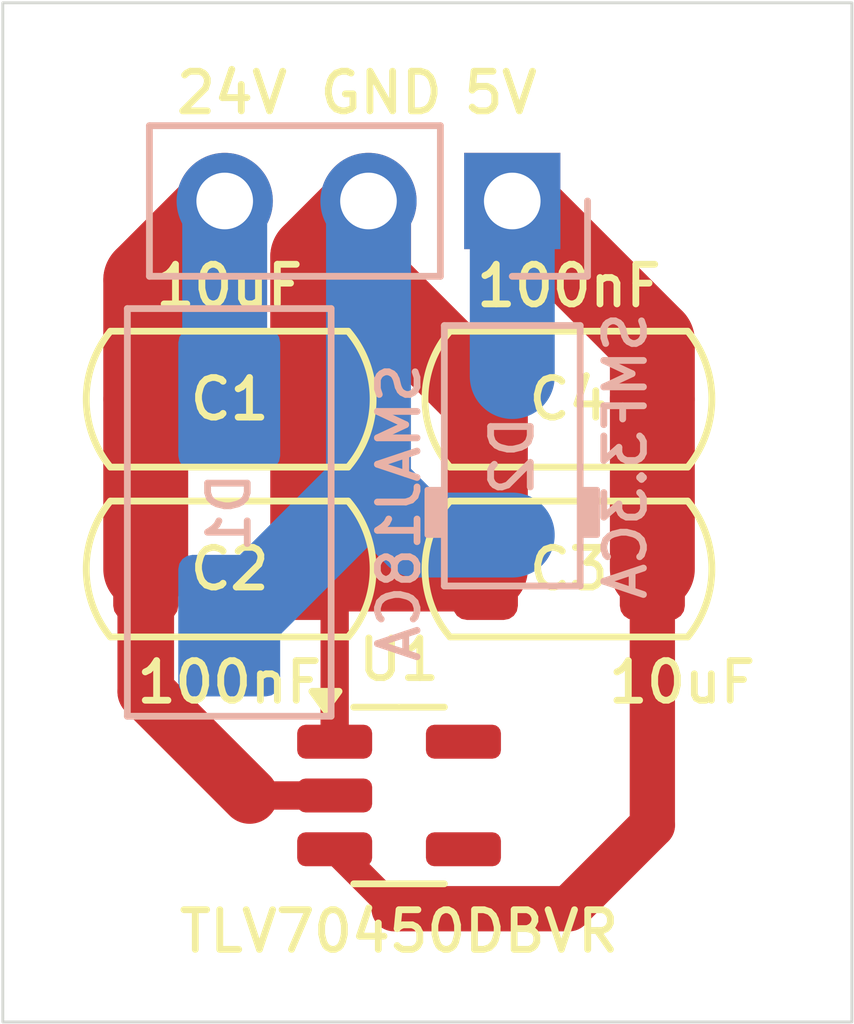
<source format=kicad_pcb>
(kicad_pcb (version 20241229) (generator "pcbnew") (generator_version "9.0")
  (layers (0 "F.Cu" signal) (2 "B.Cu" signal) (13 "F.Paste" user) (15 "B.Paste" user) (5 "F.SilkS" user "F.Silkscreen") (7 "B.SilkS" user "B.Silkscreen") (1 "F.Mask" user) (3 "B.Mask" user) (25 "Edge.Cuts" user))
  (net 0 "")
  (net 1 "GND")
  (net 2 "+24V")
  (net 3 "+5V")
  (footprint "PCM_Capacitor_SMD_AKL:C_1206_3216Metric" (layer "F.Cu") (at 117 66)
    (property "Reference" "C1" (at 0.007668 0 0) (layer "F.SilkS") (effects (font (size 0.7 0.7) (thickness 0.12))))
    (property "Value" "10uF" (at 0 -2 0) (layer "F.SilkS") (effects (font (size 0.7 0.7) (thickness 0.12))))
    (fp_line (start -2.1 1.2) (end 2.1 1.2) (stroke (width 0.12)) (layer "F.SilkS"))
    (fp_line (start 2.1 -1.2) (end -2.1 -1.2) (stroke (width 0.12)) (layer "F.SilkS"))
    (fp_arc (start -2.1 1.2) (mid -2.526625 0) (end -2.1 -1.2) (stroke (width 0.12)) (layer "F.SilkS"))
    (fp_arc (start 2.1 -1.2) (mid 2.541962 0) (end 2.1 1.2) (stroke (width 0.12)) (layer "F.SilkS"))
    (pad "1" smd roundrect (at -1.475 0) (size 1.15 1.8) (layers "F.Cu" "F.Mask" "F.Paste") (roundrect_rratio 0.217391) (net 2 "+24V"))
    (pad "2" smd roundrect (at 1.475 0) (size 1.15 1.8) (layers "F.Cu" "F.Mask" "F.Paste") (roundrect_rratio 0.217391) (net 1 "GND"))
  )
  (footprint "PCM_Capacitor_SMD_AKL:C_1206_3216Metric" (layer "F.Cu") (at 123 66 180)
    (property "Reference" "C4" (at 0.007668 0 0) (layer "F.SilkS") (effects (font (size 0.7 0.7) (thickness 0.12))))
    (property "Value" "100nF" (at 0 2 180) (layer "F.SilkS") (effects (font (size 0.7 0.7) (thickness 0.12))))
    (fp_line (start 2.1 -1.2) (end -2.1 -1.2) (stroke (width 0.12)) (layer "F.SilkS"))
    (fp_line (start -2.1 1.2) (end 2.1 1.2) (stroke (width 0.12)) (layer "F.SilkS"))
    (fp_arc (start 2.1 -1.2) (mid 2.541962 0) (end 2.1 1.2) (stroke (width 0.12)) (layer "F.SilkS"))
    (fp_arc (start -2.1 1.2) (mid -2.526625 0) (end -2.1 -1.2) (stroke (width 0.12)) (layer "F.SilkS"))
    (pad "1" smd roundrect (at -1.475 0 180) (size 1.15 1.8) (layers "F.Cu" "F.Mask" "F.Paste") (roundrect_rratio 0.217391) (net 3 "+5V"))
    (pad "2" smd roundrect (at 1.475 0 180) (size 1.15 1.8) (layers "F.Cu" "F.Mask" "F.Paste") (roundrect_rratio 0.217391) (net 1 "GND"))
  )
  (footprint "PCM_Capacitor_SMD_AKL:C_1206_3216Metric" (layer "F.Cu") (at 117 69)
    (property "Reference" "C2" (at 0.007668 0 0) (layer "F.SilkS") (effects (font (size 0.7 0.7) (thickness 0.12))))
    (property "Value" "100nF" (at 0 2 0) (layer "F.SilkS") (effects (font (size 0.7 0.7) (thickness 0.12))))
    (fp_line (start -2.1 1.2) (end 2.1 1.2) (stroke (width 0.12)) (layer "F.SilkS"))
    (fp_line (start 2.1 -1.2) (end -2.1 -1.2) (stroke (width 0.12)) (layer "F.SilkS"))
    (fp_arc (start -2.1 1.2) (mid -2.526625 0) (end -2.1 -1.2) (stroke (width 0.12)) (layer "F.SilkS"))
    (fp_arc (start 2.1 -1.2) (mid 2.541962 0) (end 2.1 1.2) (stroke (width 0.12)) (layer "F.SilkS"))
    (pad "1" smd roundrect (at -1.475 0) (size 1.15 1.8) (layers "F.Cu" "F.Mask" "F.Paste") (roundrect_rratio 0.217391) (net 2 "+24V"))
    (pad "2" smd roundrect (at 1.475 0) (size 1.15 1.8) (layers "F.Cu" "F.Mask" "F.Paste") (roundrect_rratio 0.217391) (net 1 "GND"))
  )
  (footprint "PCM_Capacitor_SMD_AKL:C_1206_3216Metric" (layer "F.Cu") (at 123 69 180)
    (property "Reference" "C3" (at 0 0 0) (layer "F.SilkS") (effects (font (size 0.7 0.7) (thickness 0.12))))
    (property "Value" "10uF" (at -2 -2 180) (layer "F.SilkS") (effects (font (size 0.7 0.7) (thickness 0.12))))
    (fp_line (start 2.1 -1.2) (end -2.1 -1.2) (stroke (width 0.12)) (layer "F.SilkS"))
    (fp_line (start -2.1 1.2) (end 2.1 1.2) (stroke (width 0.12)) (layer "F.SilkS"))
    (fp_arc (start 2.1 -1.2) (mid 2.541962 0) (end 2.1 1.2) (stroke (width 0.12)) (layer "F.SilkS"))
    (fp_arc (start -2.1 1.2) (mid -2.526625 0) (end -2.1 -1.2) (stroke (width 0.12)) (layer "F.SilkS"))
    (pad "1" smd roundrect (at -1.475 0 180) (size 1.15 1.8) (layers "F.Cu" "F.Mask" "F.Paste") (roundrect_rratio 0.217391) (net 3 "+5V"))
    (pad "2" smd roundrect (at 1.475 0 180) (size 1.15 1.8) (layers "F.Cu" "F.Mask" "F.Paste") (roundrect_rratio 0.217391) (net 1 "GND"))
  )
  (footprint "Package_TO_SOT_SMD:SOT-23-5" (layer "F.Cu") (at 120 73)
    (property "Reference" "U1" (at 0 -2.4 0) (layer "F.SilkS") (effects (font (size 0.7 0.7) (thickness 0.12) (bold yes))))
    (property "Value" "TLV70450DBVR" (at 0 2.4 0) (layer "F.SilkS") (effects (font (size 0.7 0.7) (thickness 0.12) (bold yes))))
    (fp_line (start 0 -1.56) (end -0.8 -1.56) (stroke (width 0.12)) (layer "F.SilkS"))
    (fp_line (start 0 -1.56) (end 0.8 -1.56) (stroke (width 0.12)) (layer "F.SilkS"))
    (fp_line (start 0 1.56) (end -0.8 1.56) (stroke (width 0.12)) (layer "F.SilkS"))
    (fp_line (start 0 1.56) (end 0.8 1.56) (stroke (width 0.12)) (layer "F.SilkS"))
    (fp_poly (pts (xy -1.3 -1.51) (xy -1.54 -1.84) (xy -1.06 -1.84)) (stroke (width 0.12)) (fill yes) (layer "F.SilkS"))
    (pad "1" smd roundrect (at -1.1375 -0.95) (size 1.325 0.6) (layers "F.Cu" "F.Mask" "F.Paste") (net 1 "GND"))
    (pad "2" smd roundrect (at -1.1375 0) (size 1.325 0.6) (layers "F.Cu" "F.Mask" "F.Paste") (net 2 "+24V"))
    (pad "3" smd roundrect (at -1.1375 0.95) (size 1.325 0.6) (layers "F.Cu" "F.Mask" "F.Paste") (net 3 "+5V"))
    (pad "4" smd roundrect (at 1.1375 0.95) (size 1.325 0.6) (layers "F.Cu" "F.Mask" "F.Paste"))
    (pad "5" smd roundrect (at 1.1375 -0.95) (size 1.325 0.6) (layers "F.Cu" "F.Mask" "F.Paste"))
  )
  (footprint "PCM_Diode_SMD_AKL:D_SMA_TVS" (layer "B.Cu") (at 117 68 90)
    (property "Reference" "D1" (at 0 0 90) (layer "B.SilkS") (effects (font (size 0.7 0.7) (thickness 0.12)) (justify mirror)))
    (property "Value" "SMAJ18CA" (at 0 3 90) (layer "B.SilkS") (effects (font (size 0.7 0.7) (thickness 0.12)) (justify mirror)))
    (fp_line (start 3.6 -1.8) (end 3.6 1.8) (stroke (width 0.12)) (layer "B.SilkS"))
    (fp_line (start -3.6 -1.8) (end 3.6 -1.8) (stroke (width 0.12)) (layer "B.SilkS"))
    (fp_line (start 3.6 1.8) (end -3.6 1.8) (stroke (width 0.12)) (layer "B.SilkS"))
    (fp_line (start -3.6 1.8) (end -3.6 -1.8) (stroke (width 0.12)) (layer "B.SilkS"))
    (pad "1" smd roundrect (at -2 0 90) (size 2.5 1.8) (layers "B.Cu" "B.Mask" "B.Paste") (roundrect_rratio 0.1388888889) (net 1 "GND"))
    (pad "2" smd roundrect (at 2 0 90) (size 2.5 1.8) (layers "B.Cu" "B.Mask" "B.Paste") (roundrect_rratio 0.1388888889) (net 2 "+24V"))
  )
  (footprint "Connector_PinHeader_2.54mm:PinHeader_1x03_P2.54mm_Vertical" (layer "B.Cu") (at 122 62.5 90)
    (property "Reference" "J1" (hide yes))
    (property "Value" "Conn_01x03" (hide yes))
    (fp_line (start -1.33 -6.41) (end 1.33 -6.41) (stroke (width 0.12)) (layer "B.SilkS"))
    (fp_line (start 1.33 -1.27) (end 1.33 -6.41) (stroke (width 0.12)) (layer "B.SilkS"))
    (fp_line (start -1.33 -1.27) (end -1.33 -6.41) (stroke (width 0.12)) (layer "B.SilkS"))
    (fp_line (start -1.33 -1.27) (end 1.33 -1.27) (stroke (width 0.12)) (layer "B.SilkS"))
    (fp_line (start -1.33 0) (end -1.33 1.33) (stroke (width 0.12)) (layer "B.SilkS"))
    (fp_line (start -1.33 1.33) (end 0 1.33) (stroke (width 0.12)) (layer "B.SilkS"))
    (pad "1" thru_hole rect (at 0 0 90) (size 1.7 1.7) (drill 1) (layers "*.Cu" "*.Mask") (net 3 "+5V"))
    (pad "2" thru_hole oval (at 0 -2.54 90) (size 1.7 1.7) (drill 1) (layers "*.Cu" "*.Mask") (net 1 "GND"))
    (pad "3" thru_hole oval (at 0 -5.08 90) (size 1.7 1.7) (drill 1) (layers "*.Cu" "*.Mask") (net 2 "+24V"))
  )
  (footprint "PCM_Diode_SMD_AKL:D_SOD-123F" (layer "B.Cu") (at 122 67 90)
    (property "Reference" "D2" (at 0 0 90) (layer "B.SilkS") (effects (font (size 0.7 0.7) (thickness 0.12)) (justify mirror)))
    (property "Value" "SMF3.3CA" (at 0 2 90) (layer "B.SilkS") (effects (font (size 0.7 0.7) (thickness 0.12)) (justify mirror)))
    (fp_line (start 2.3 -1.2) (end 2.3 1.2) (stroke (width 0.12)) (layer "B.SilkS"))
    (fp_line (start -2.3 -1.2) (end 2.3 -1.2) (stroke (width 0.12)) (layer "B.SilkS"))
    (fp_line (start 2.3 1.2) (end -2.3 1.2) (stroke (width 0.12)) (layer "B.SilkS"))
    (fp_line (start -2.3 1.2) (end -2.3 -1.2) (stroke (width 0.12)) (layer "B.SilkS"))
    (fp_poly (pts (xy -0.6 -1.5) (xy -1.4 -1.5) (xy -1.4 -1.2) (xy -0.6 -1.2)) (stroke (width 0.1)) (fill yes) (layer "B.SilkS"))
    (fp_poly (pts (xy -0.6 1.2) (xy -1.4 1.2) (xy -1.4 1.5) (xy -0.6 1.5)) (stroke (width 0.1)) (fill yes) (layer "B.SilkS"))
    (pad "1" smd roundrect (at -1.4 0 90) (size 1.1 1.1) (layers "B.Cu" "B.Mask" "B.Paste") (roundrect_rratio 0.2272727273) (net 1 "GND"))
    (pad "2" smd roundrect (at 1.4 0 90) (size 1.1 1.1) (layers "B.Cu" "B.Mask" "B.Paste") (roundrect_rratio 0.2272727273) (net 3 "+5V"))
  )
  (gr_rect (start 113 59) (end 128 77) (stroke (width 0.05)) (fill no) (layer "Edge.Cuts"))
  (gr_text "GND" (at 118.54 61 0) (layer "F.SilkS") (effects (font (size 0.7 0.7) (thickness 0.12) (bold yes)) (justify left bottom)))
  (gr_text "24V" (at 116 61 0) (layer "F.SilkS") (effects (font (size 0.7 0.7) (thickness 0.12) (bold yes)) (justify left bottom)))
  (gr_text "5V" (at 121.08 61 0) (layer "F.SilkS") (effects (font (size 0.7 0.7) (thickness 0.12) (bold yes)) (justify left bottom)))
  (segment (start 121.525 69) (end 121.525 66) (width 1.5) (layer "F.Cu") (net 1))
  (segment (start 118.8625 72.05) (end 118.8625 69.3875) (width 0.5) (layer "F.Cu") (net 1))
  (segment (start 118.475 69) (end 118.475 66) (width 1.5) (layer "F.Cu") (net 1))
  (segment (start 118.475 63.485) (end 119.46 62.5) (width 1.5) (layer "F.Cu") (net 1))
  (segment (start 118.475 66) (end 118.475 63.485) (width 1.5) (layer "F.Cu") (net 1))
  (segment (start 121.525 69) (end 118.475 69) (width 1.5) (layer "F.Cu") (net 1))
  (segment (start 118.8625 69.3875) (end 118.475 69) (width 0.5) (layer "F.Cu") (net 1))
  (segment (start 119.46 63.935) (end 121.525 66) (width 1.5) (layer "F.Cu") (net 1))
  (segment (start 119.46 62.5) (end 119.46 63.935) (width 1.5) (layer "F.Cu") (net 1))
  (segment (start 119.46 62.5) (end 119.46 67.54) (width 1.5) (layer "B.Cu") (net 1))
  (segment (start 122 68.4) (end 120.32 68.4) (width 1.5) (layer "B.Cu") (net 1))
  (segment (start 120.32 68.4) (end 119.46 67.54) (width 1.5) (layer "B.Cu") (net 1))
  (segment (start 119.46 67.54) (end 117 70) (width 1.5) (layer "B.Cu") (net 1))
  (segment (start 115.525 66) (end 115.525 63.895) (width 1.5) (layer "F.Cu") (net 2))
  (segment (start 118.8625 73) (end 117.36 73) (width 0.5) (layer "F.Cu") (net 2))
  (segment (start 117.36 73) (end 115.525 71.165) (width 1) (layer "F.Cu") (net 2))
  (segment (start 115.525 71.165) (end 115.525 69) (width 1) (layer "F.Cu") (net 2))
  (segment (start 115.525 69) (end 115.525 66) (width 1.5) (layer "F.Cu") (net 2))
  (segment (start 115.525 63.895) (end 116.92 62.5) (width 1.5) (layer "F.Cu") (net 2))
  (segment (start 116.92 62.5) (end 116.92 65.92) (width 1.5) (layer "B.Cu") (net 2))
  (segment (start 116.92 65.92) (end 117 66) (width 1.5) (layer "B.Cu") (net 2))
  (segment (start 124.475 66) (end 124.475 64.975) (width 1.5) (layer "F.Cu") (net 3))
  (segment (start 124.475 69) (end 124.475 66) (width 1.5) (layer "F.Cu") (net 3))
  (segment (start 124.475 64.975) (end 122 62.5) (width 1.5) (layer "F.Cu") (net 3))
  (segment (start 124.475 69) (end 124.475 73.525) (width 0.8) (layer "F.Cu") (net 3))
  (segment (start 118.8625 73.95) (end 119.9125 75) (width 0.5) (layer "F.Cu") (net 3))
  (segment (start 119.9125 75) (end 123 75) (width 0.8) (layer "F.Cu") (net 3))
  (segment (start 124.475 73.525) (end 123 75) (width 0.8) (layer "F.Cu") (net 3))
  (segment (start 122 62.5) (end 122 65.6) (width 1.5) (layer "B.Cu") (net 3))
)
</source>
